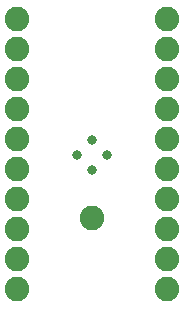
<source format=gbs>
G75*
%MOIN*%
%OFA0B0*%
%FSLAX25Y25*%
%IPPOS*%
%LPD*%
%AMOC8*
5,1,8,0,0,1.08239X$1,22.5*
%
%ADD10C,0.08200*%
%ADD11C,0.03162*%
D10*
X0011039Y0011118D03*
X0011039Y0021118D03*
X0011039Y0031118D03*
X0011039Y0041118D03*
X0011039Y0051118D03*
X0011039Y0061118D03*
X0011039Y0071118D03*
X0011039Y0081118D03*
X0011039Y0091118D03*
X0011039Y0101118D03*
X0036039Y0035055D03*
X0061039Y0031118D03*
X0061039Y0021118D03*
X0061039Y0011118D03*
X0061039Y0041118D03*
X0061039Y0051118D03*
X0061039Y0061118D03*
X0061039Y0071118D03*
X0061039Y0081118D03*
X0061039Y0091118D03*
X0061039Y0101118D03*
D11*
X0036039Y0061011D03*
X0041050Y0056000D03*
X0036039Y0050989D03*
X0031028Y0056000D03*
M02*

</source>
